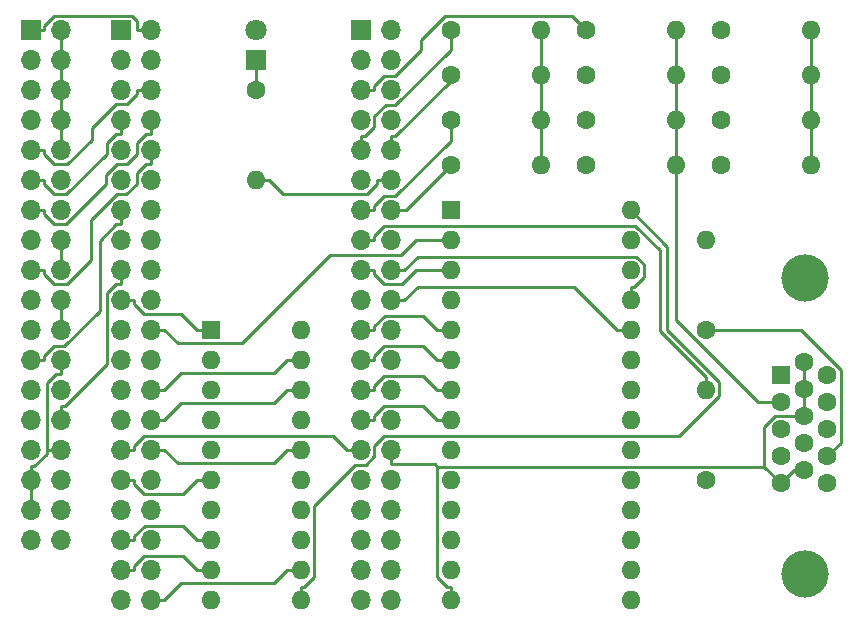
<source format=gbr>
G04 #@! TF.GenerationSoftware,KiCad,Pcbnew,5.0.2-1.fc29*
G04 #@! TF.CreationDate,2019-02-04T20:54:41+00:00*
G04 #@! TF.ProjectId,daughter,64617567-6874-4657-922e-6b696361645f,rev?*
G04 #@! TF.SameCoordinates,Original*
G04 #@! TF.FileFunction,Copper,L2,Bot*
G04 #@! TF.FilePolarity,Positive*
%FSLAX46Y46*%
G04 Gerber Fmt 4.6, Leading zero omitted, Abs format (unit mm)*
G04 Created by KiCad (PCBNEW 5.0.2-1.fc29) date Mon 04 Feb 2019 20:54:41 GMT*
%MOMM*%
%LPD*%
G01*
G04 APERTURE LIST*
G04 #@! TA.AperFunction,ComponentPad*
%ADD10C,1.600000*%
G04 #@! TD*
G04 #@! TA.AperFunction,ComponentPad*
%ADD11O,1.600000X1.600000*%
G04 #@! TD*
G04 #@! TA.AperFunction,ComponentPad*
%ADD12R,1.600000X1.600000*%
G04 #@! TD*
G04 #@! TA.AperFunction,ComponentPad*
%ADD13R,1.700000X1.700000*%
G04 #@! TD*
G04 #@! TA.AperFunction,ComponentPad*
%ADD14O,1.700000X1.700000*%
G04 #@! TD*
G04 #@! TA.AperFunction,ComponentPad*
%ADD15C,4.000000*%
G04 #@! TD*
G04 #@! TA.AperFunction,ComponentPad*
%ADD16R,1.800000X1.800000*%
G04 #@! TD*
G04 #@! TA.AperFunction,ComponentPad*
%ADD17C,1.800000*%
G04 #@! TD*
G04 #@! TA.AperFunction,Conductor*
%ADD18C,0.250000*%
G04 #@! TD*
G04 APERTURE END LIST*
D10*
G04 #@! TO.P,R14,1*
G04 #@! TO.N,Net-(J5-Pad14)*
X133350000Y-120650000D03*
D11*
G04 #@! TO.P,R14,2*
G04 #@! TO.N,/VSYNC*
X133350000Y-113030000D03*
G04 #@! TD*
G04 #@! TO.P,R11,2*
G04 #@! TO.N,/B*
X142240000Y-99060000D03*
D10*
G04 #@! TO.P,R11,1*
G04 #@! TO.N,/B1*
X134620000Y-99060000D03*
G04 #@! TD*
G04 #@! TO.P,R5,1*
G04 #@! TO.N,/G3*
X123190000Y-106680000D03*
D11*
G04 #@! TO.P,R5,2*
G04 #@! TO.N,/G*
X130810000Y-106680000D03*
G04 #@! TD*
D10*
G04 #@! TO.P,R3,1*
G04 #@! TO.N,/R1*
X111760000Y-99060000D03*
D11*
G04 #@! TO.P,R3,2*
G04 #@! TO.N,/R*
X119380000Y-99060000D03*
G04 #@! TD*
G04 #@! TO.P,R4,2*
G04 #@! TO.N,/R*
X119380000Y-95250000D03*
D10*
G04 #@! TO.P,R4,1*
G04 #@! TO.N,/R0*
X111760000Y-95250000D03*
G04 #@! TD*
D12*
G04 #@! TO.P,U1,1*
G04 #@! TO.N,/A15*
X111760000Y-110490000D03*
D11*
G04 #@! TO.P,U1,15*
G04 #@! TO.N,/D3*
X127000000Y-143510000D03*
G04 #@! TO.P,U1,2*
G04 #@! TO.N,/A12*
X111760000Y-113030000D03*
G04 #@! TO.P,U1,16*
G04 #@! TO.N,/D4*
X127000000Y-140970000D03*
G04 #@! TO.P,U1,3*
G04 #@! TO.N,/A7*
X111760000Y-115570000D03*
G04 #@! TO.P,U1,17*
G04 #@! TO.N,/D5*
X127000000Y-138430000D03*
G04 #@! TO.P,U1,4*
G04 #@! TO.N,/A6*
X111760000Y-118110000D03*
G04 #@! TO.P,U1,18*
G04 #@! TO.N,/D6*
X127000000Y-135890000D03*
G04 #@! TO.P,U1,5*
G04 #@! TO.N,/A5*
X111760000Y-120650000D03*
G04 #@! TO.P,U1,19*
G04 #@! TO.N,/D7*
X127000000Y-133350000D03*
G04 #@! TO.P,U1,6*
G04 #@! TO.N,/A4*
X111760000Y-123190000D03*
G04 #@! TO.P,U1,20*
G04 #@! TO.N,/CE_n*
X127000000Y-130810000D03*
G04 #@! TO.P,U1,7*
G04 #@! TO.N,/A3*
X111760000Y-125730000D03*
G04 #@! TO.P,U1,21*
G04 #@! TO.N,/A10*
X127000000Y-128270000D03*
G04 #@! TO.P,U1,8*
G04 #@! TO.N,/A2*
X111760000Y-128270000D03*
G04 #@! TO.P,U1,22*
G04 #@! TO.N,/OE_n*
X127000000Y-125730000D03*
G04 #@! TO.P,U1,9*
G04 #@! TO.N,/A1*
X111760000Y-130810000D03*
G04 #@! TO.P,U1,23*
G04 #@! TO.N,/A11*
X127000000Y-123190000D03*
G04 #@! TO.P,U1,10*
G04 #@! TO.N,/A0*
X111760000Y-133350000D03*
G04 #@! TO.P,U1,24*
G04 #@! TO.N,/A9*
X127000000Y-120650000D03*
G04 #@! TO.P,U1,11*
G04 #@! TO.N,/D0*
X111760000Y-135890000D03*
G04 #@! TO.P,U1,25*
G04 #@! TO.N,/A8*
X127000000Y-118110000D03*
G04 #@! TO.P,U1,12*
G04 #@! TO.N,/D1*
X111760000Y-138430000D03*
G04 #@! TO.P,U1,26*
G04 #@! TO.N,/A13*
X127000000Y-115570000D03*
G04 #@! TO.P,U1,13*
G04 #@! TO.N,/D2*
X111760000Y-140970000D03*
G04 #@! TO.P,U1,27*
G04 #@! TO.N,/A14*
X127000000Y-113030000D03*
G04 #@! TO.P,U1,14*
G04 #@! TO.N,/0V*
X111760000Y-143510000D03*
G04 #@! TO.P,U1,28*
G04 #@! TO.N,/5V*
X127000000Y-110490000D03*
G04 #@! TD*
G04 #@! TO.P,R6,2*
G04 #@! TO.N,/G*
X130810000Y-102870000D03*
D10*
G04 #@! TO.P,R6,1*
G04 #@! TO.N,/G2*
X123190000Y-102870000D03*
G04 #@! TD*
G04 #@! TO.P,R10,1*
G04 #@! TO.N,/B2*
X134620000Y-102870000D03*
D11*
G04 #@! TO.P,R10,2*
G04 #@! TO.N,/B*
X142240000Y-102870000D03*
G04 #@! TD*
D12*
G04 #@! TO.P,J1,1*
G04 #@! TO.N,/POT0*
X91440000Y-120650000D03*
D11*
G04 #@! TO.P,J1,11*
G04 #@! TO.N,/5V*
X99060000Y-143510000D03*
G04 #@! TO.P,J1,2*
G04 #@! TO.N,/POT2*
X91440000Y-123190000D03*
G04 #@! TO.P,J1,12*
G04 #@! TO.N,/PIN7*
X99060000Y-140970000D03*
G04 #@! TO.P,J1,3*
G04 #@! TO.N,/POT4*
X91440000Y-125730000D03*
G04 #@! TO.P,J1,13*
G04 #@! TO.N,/PIN5*
X99060000Y-138430000D03*
G04 #@! TO.P,J1,4*
G04 #@! TO.N,/POT6*
X91440000Y-128270000D03*
G04 #@! TO.P,J1,14*
G04 #@! TO.N,/PIN3*
X99060000Y-135890000D03*
G04 #@! TO.P,J1,5*
G04 #@! TO.N,/OTSTB_n*
X91440000Y-130810000D03*
G04 #@! TO.P,J1,15*
G04 #@! TO.N,/PIN1*
X99060000Y-133350000D03*
G04 #@! TO.P,J1,6*
G04 #@! TO.N,/PIN0*
X91440000Y-133350000D03*
G04 #@! TO.P,J1,16*
G04 #@! TO.N,/0V*
X99060000Y-130810000D03*
G04 #@! TO.P,J1,7*
G04 #@! TO.N,/PIN2*
X91440000Y-135890000D03*
G04 #@! TO.P,J1,17*
G04 #@! TO.N,/POT7*
X99060000Y-128270000D03*
G04 #@! TO.P,J1,8*
G04 #@! TO.N,/PIN4*
X91440000Y-138430000D03*
G04 #@! TO.P,J1,18*
G04 #@! TO.N,/POT5*
X99060000Y-125730000D03*
G04 #@! TO.P,J1,9*
G04 #@! TO.N,/PIN6*
X91440000Y-140970000D03*
G04 #@! TO.P,J1,19*
G04 #@! TO.N,/POT3*
X99060000Y-123190000D03*
G04 #@! TO.P,J1,10*
G04 #@! TO.N,/INSTB*
X91440000Y-143510000D03*
G04 #@! TO.P,J1,20*
G04 #@! TO.N,/POT1*
X99060000Y-120650000D03*
G04 #@! TD*
D13*
G04 #@! TO.P,J4,1*
G04 #@! TO.N,/B0*
X104140000Y-95250000D03*
D14*
G04 #@! TO.P,J4,2*
G04 #@! TO.N,/B1*
X106680000Y-95250000D03*
G04 #@! TO.P,J4,3*
G04 #@! TO.N,/B2*
X104140000Y-97790000D03*
G04 #@! TO.P,J4,4*
G04 #@! TO.N,/B3*
X106680000Y-97790000D03*
G04 #@! TO.P,J4,5*
G04 #@! TO.N,/G0*
X104140000Y-100330000D03*
G04 #@! TO.P,J4,6*
G04 #@! TO.N,/G1*
X106680000Y-100330000D03*
G04 #@! TO.P,J4,7*
G04 #@! TO.N,/G2*
X104140000Y-102870000D03*
G04 #@! TO.P,J4,8*
G04 #@! TO.N,/G3*
X106680000Y-102870000D03*
G04 #@! TO.P,J4,9*
G04 #@! TO.N,/R0*
X104140000Y-105410000D03*
G04 #@! TO.P,J4,10*
G04 #@! TO.N,/R1*
X106680000Y-105410000D03*
G04 #@! TO.P,J4,11*
G04 #@! TO.N,/5V*
X104140000Y-107950000D03*
G04 #@! TO.P,J4,12*
G04 #@! TO.N,/0V*
X106680000Y-107950000D03*
G04 #@! TO.P,J4,13*
G04 #@! TO.N,/R2*
X104140000Y-110490000D03*
G04 #@! TO.P,J4,14*
G04 #@! TO.N,/R3*
X106680000Y-110490000D03*
G04 #@! TO.P,J4,15*
G04 #@! TO.N,/HSYNC*
X104140000Y-113030000D03*
G04 #@! TO.P,J4,16*
G04 #@! TO.N,/VSYNC*
X106680000Y-113030000D03*
G04 #@! TO.P,J4,17*
G04 #@! TO.N,/A7*
X104140000Y-115570000D03*
G04 #@! TO.P,J4,18*
G04 #@! TO.N,/A8*
X106680000Y-115570000D03*
G04 #@! TO.P,J4,19*
G04 #@! TO.N,/A6*
X104140000Y-118110000D03*
G04 #@! TO.P,J4,20*
G04 #@! TO.N,/A9*
X106680000Y-118110000D03*
G04 #@! TO.P,J4,21*
G04 #@! TO.N,/A5*
X104140000Y-120650000D03*
G04 #@! TO.P,J4,22*
G04 #@! TO.N,/A11*
X106680000Y-120650000D03*
G04 #@! TO.P,J4,23*
G04 #@! TO.N,/A4*
X104140000Y-123190000D03*
G04 #@! TO.P,J4,24*
G04 #@! TO.N,/OE_n*
X106680000Y-123190000D03*
G04 #@! TO.P,J4,25*
G04 #@! TO.N,/A3*
X104140000Y-125730000D03*
G04 #@! TO.P,J4,26*
G04 #@! TO.N,/A10*
X106680000Y-125730000D03*
G04 #@! TO.P,J4,27*
G04 #@! TO.N,/A2*
X104140000Y-128270000D03*
G04 #@! TO.P,J4,28*
G04 #@! TO.N,/CE_n*
X106680000Y-128270000D03*
G04 #@! TO.P,J4,29*
G04 #@! TO.N,/3V3*
X104140000Y-130810000D03*
G04 #@! TO.P,J4,30*
G04 #@! TO.N,/0V*
X106680000Y-130810000D03*
G04 #@! TO.P,J4,31*
G04 #@! TO.N,/A1*
X104140000Y-133350000D03*
G04 #@! TO.P,J4,32*
G04 #@! TO.N,/D7*
X106680000Y-133350000D03*
G04 #@! TO.P,J4,33*
G04 #@! TO.N,/A0*
X104140000Y-135890000D03*
G04 #@! TO.P,J4,34*
G04 #@! TO.N,/D6*
X106680000Y-135890000D03*
G04 #@! TO.P,J4,35*
G04 #@! TO.N,/D0*
X104140000Y-138430000D03*
G04 #@! TO.P,J4,36*
G04 #@! TO.N,/D5*
X106680000Y-138430000D03*
G04 #@! TO.P,J4,37*
G04 #@! TO.N,/D1*
X104140000Y-140970000D03*
G04 #@! TO.P,J4,38*
G04 #@! TO.N,/D4*
X106680000Y-140970000D03*
G04 #@! TO.P,J4,39*
G04 #@! TO.N,/D2*
X104140000Y-143510000D03*
G04 #@! TO.P,J4,40*
G04 #@! TO.N,/D3*
X106680000Y-143510000D03*
G04 #@! TD*
D11*
G04 #@! TO.P,R9,2*
G04 #@! TO.N,/B*
X142240000Y-106680000D03*
D10*
G04 #@! TO.P,R9,1*
G04 #@! TO.N,/B3*
X134620000Y-106680000D03*
G04 #@! TD*
D11*
G04 #@! TO.P,R13,2*
G04 #@! TO.N,/HSYNC*
X133350000Y-125730000D03*
D10*
G04 #@! TO.P,R13,1*
G04 #@! TO.N,Net-(J5-Pad13)*
X133350000Y-133350000D03*
G04 #@! TD*
D14*
G04 #@! TO.P,J2,40*
G04 #@! TO.N,/PIN7*
X86360000Y-143510000D03*
G04 #@! TO.P,J2,39*
G04 #@! TO.N,/INSTB*
X83820000Y-143510000D03*
G04 #@! TO.P,J2,38*
G04 #@! TO.N,/PIN5*
X86360000Y-140970000D03*
G04 #@! TO.P,J2,37*
G04 #@! TO.N,/PIN6*
X83820000Y-140970000D03*
G04 #@! TO.P,J2,36*
G04 #@! TO.N,/PIN3*
X86360000Y-138430000D03*
G04 #@! TO.P,J2,35*
G04 #@! TO.N,/PIN4*
X83820000Y-138430000D03*
G04 #@! TO.P,J2,34*
G04 #@! TO.N,/PIN1*
X86360000Y-135890000D03*
G04 #@! TO.P,J2,33*
G04 #@! TO.N,/PIN2*
X83820000Y-135890000D03*
G04 #@! TO.P,J2,32*
G04 #@! TO.N,/POT7*
X86360000Y-133350000D03*
G04 #@! TO.P,J2,31*
G04 #@! TO.N,/PIN0*
X83820000Y-133350000D03*
G04 #@! TO.P,J2,30*
G04 #@! TO.N,/0V*
X86360000Y-130810000D03*
G04 #@! TO.P,J2,29*
G04 #@! TO.N,/3V3*
X83820000Y-130810000D03*
G04 #@! TO.P,J2,28*
G04 #@! TO.N,/POT5*
X86360000Y-128270000D03*
G04 #@! TO.P,J2,27*
G04 #@! TO.N,/OTSTB_n*
X83820000Y-128270000D03*
G04 #@! TO.P,J2,26*
G04 #@! TO.N,/POT3*
X86360000Y-125730000D03*
G04 #@! TO.P,J2,25*
G04 #@! TO.N,/POT6*
X83820000Y-125730000D03*
G04 #@! TO.P,J2,24*
G04 #@! TO.N,/POT1*
X86360000Y-123190000D03*
G04 #@! TO.P,J2,23*
G04 #@! TO.N,/POT4*
X83820000Y-123190000D03*
G04 #@! TO.P,J2,22*
G04 #@! TO.N,/A12*
X86360000Y-120650000D03*
G04 #@! TO.P,J2,21*
G04 #@! TO.N,/POT2*
X83820000Y-120650000D03*
G04 #@! TO.P,J2,20*
G04 #@! TO.N,/A13*
X86360000Y-118110000D03*
G04 #@! TO.P,J2,19*
G04 #@! TO.N,/POT0*
X83820000Y-118110000D03*
G04 #@! TO.P,J2,18*
G04 #@! TO.N,/A14*
X86360000Y-115570000D03*
G04 #@! TO.P,J2,17*
G04 #@! TO.N,/ERROR_n*
X83820000Y-115570000D03*
G04 #@! TO.P,J2,16*
G04 #@! TO.N,/A15*
X86360000Y-113030000D03*
G04 #@! TO.P,J2,15*
G04 #@! TO.N,/SLCT*
X83820000Y-113030000D03*
G04 #@! TO.P,J2,14*
G04 #@! TO.N,/BUSY*
X86360000Y-110490000D03*
G04 #@! TO.P,J2,13*
G04 #@! TO.N,/PE*
X83820000Y-110490000D03*
G04 #@! TO.P,J2,12*
G04 #@! TO.N,/0V*
X86360000Y-107950000D03*
G04 #@! TO.P,J2,11*
G04 #@! TO.N,/5V*
X83820000Y-107950000D03*
G04 #@! TO.P,J2,10*
G04 #@! TO.N,/PRD7*
X86360000Y-105410000D03*
G04 #@! TO.P,J2,9*
G04 #@! TO.N,/PRD6*
X83820000Y-105410000D03*
G04 #@! TO.P,J2,8*
G04 #@! TO.N,/PRD5*
X86360000Y-102870000D03*
G04 #@! TO.P,J2,7*
G04 #@! TO.N,/PRD4*
X83820000Y-102870000D03*
G04 #@! TO.P,J2,6*
G04 #@! TO.N,/PRD3*
X86360000Y-100330000D03*
G04 #@! TO.P,J2,5*
G04 #@! TO.N,/PRD2*
X83820000Y-100330000D03*
G04 #@! TO.P,J2,4*
G04 #@! TO.N,/PRD1*
X86360000Y-97790000D03*
G04 #@! TO.P,J2,3*
G04 #@! TO.N,/PRD0*
X83820000Y-97790000D03*
G04 #@! TO.P,J2,2*
G04 #@! TO.N,/STROBE_n*
X86360000Y-95250000D03*
D13*
G04 #@! TO.P,J2,1*
G04 #@! TO.N,/LED*
X83820000Y-95250000D03*
G04 #@! TD*
D10*
G04 #@! TO.P,R12,1*
G04 #@! TO.N,/B0*
X134620000Y-95250000D03*
D11*
G04 #@! TO.P,R12,2*
G04 #@! TO.N,/B*
X142240000Y-95250000D03*
G04 #@! TD*
D12*
G04 #@! TO.P,J5,1*
G04 #@! TO.N,/R*
X139700000Y-124460000D03*
D10*
G04 #@! TO.P,J5,2*
G04 #@! TO.N,/G*
X139700000Y-126750000D03*
G04 #@! TO.P,J5,3*
G04 #@! TO.N,/B*
X139700000Y-129040000D03*
G04 #@! TO.P,J5,4*
G04 #@! TO.N,Net-(J5-Pad4)*
X139700000Y-131330000D03*
G04 #@! TO.P,J5,5*
G04 #@! TO.N,/0V*
X139700000Y-133620000D03*
G04 #@! TO.P,J5,6*
X141680000Y-123315000D03*
G04 #@! TO.P,J5,7*
X141680000Y-125605000D03*
G04 #@! TO.P,J5,8*
X141680000Y-127895000D03*
G04 #@! TO.P,J5,9*
G04 #@! TO.N,Net-(J5-Pad9)*
X141680000Y-130185000D03*
G04 #@! TO.P,J5,10*
G04 #@! TO.N,/0V*
X141680000Y-132475000D03*
G04 #@! TO.P,J5,11*
G04 #@! TO.N,Net-(J5-Pad11)*
X143660000Y-124460000D03*
G04 #@! TO.P,J5,12*
G04 #@! TO.N,Net-(J5-Pad12)*
X143660000Y-126750000D03*
G04 #@! TO.P,J5,13*
G04 #@! TO.N,Net-(J5-Pad13)*
X143660000Y-129040000D03*
G04 #@! TO.P,J5,14*
G04 #@! TO.N,Net-(J5-Pad14)*
X143660000Y-131330000D03*
G04 #@! TO.P,J5,15*
G04 #@! TO.N,Net-(J5-Pad15)*
X143660000Y-133620000D03*
D15*
G04 #@! TO.P,J5,0*
G04 #@! TO.N,Net-(J5-Pad0)*
X141750000Y-141275000D03*
X141750000Y-116275000D03*
G04 #@! TD*
D11*
G04 #@! TO.P,R8,2*
G04 #@! TO.N,/G*
X130810000Y-95250000D03*
D10*
G04 #@! TO.P,R8,1*
G04 #@! TO.N,/G0*
X123190000Y-95250000D03*
G04 #@! TD*
G04 #@! TO.P,R7,1*
G04 #@! TO.N,/G1*
X123190000Y-99060000D03*
D11*
G04 #@! TO.P,R7,2*
G04 #@! TO.N,/G*
X130810000Y-99060000D03*
G04 #@! TD*
G04 #@! TO.P,R2,2*
G04 #@! TO.N,/R*
X119380000Y-102870000D03*
D10*
G04 #@! TO.P,R2,1*
G04 #@! TO.N,/R2*
X111760000Y-102870000D03*
G04 #@! TD*
G04 #@! TO.P,R1,1*
G04 #@! TO.N,/R3*
X111760000Y-106680000D03*
D11*
G04 #@! TO.P,R1,2*
G04 #@! TO.N,/R*
X119380000Y-106680000D03*
G04 #@! TD*
D14*
G04 #@! TO.P,J3,36*
G04 #@! TO.N,Net-(J3-Pad36)*
X78740000Y-138430000D03*
G04 #@! TO.P,J3,35*
G04 #@! TO.N,Net-(J3-Pad35)*
X76200000Y-138430000D03*
G04 #@! TO.P,J3,34*
G04 #@! TO.N,Net-(J3-Pad34)*
X78740000Y-135890000D03*
G04 #@! TO.P,J3,33*
G04 #@! TO.N,/0V*
X76200000Y-135890000D03*
G04 #@! TO.P,J3,32*
G04 #@! TO.N,Net-(J3-Pad32)*
X78740000Y-133350000D03*
G04 #@! TO.P,J3,31*
G04 #@! TO.N,/0V*
X76200000Y-133350000D03*
G04 #@! TO.P,J3,30*
X78740000Y-130810000D03*
G04 #@! TO.P,J3,29*
G04 #@! TO.N,Net-(J3-Pad29)*
X76200000Y-130810000D03*
G04 #@! TO.P,J3,28*
G04 #@! TO.N,/ERROR_n*
X78740000Y-128270000D03*
G04 #@! TO.P,J3,27*
G04 #@! TO.N,Net-(J3-Pad27)*
X76200000Y-128270000D03*
G04 #@! TO.P,J3,26*
G04 #@! TO.N,Net-(J3-Pad26)*
X78740000Y-125730000D03*
G04 #@! TO.P,J3,25*
G04 #@! TO.N,/SLCT*
X76200000Y-125730000D03*
G04 #@! TO.P,J3,24*
G04 #@! TO.N,/0V*
X78740000Y-123190000D03*
G04 #@! TO.P,J3,23*
G04 #@! TO.N,/PE*
X76200000Y-123190000D03*
G04 #@! TO.P,J3,22*
G04 #@! TO.N,/0V*
X78740000Y-120650000D03*
G04 #@! TO.P,J3,21*
G04 #@! TO.N,/BUSY*
X76200000Y-120650000D03*
G04 #@! TO.P,J3,20*
G04 #@! TO.N,/0V*
X78740000Y-118110000D03*
G04 #@! TO.P,J3,19*
G04 #@! TO.N,Net-(J3-Pad19)*
X76200000Y-118110000D03*
G04 #@! TO.P,J3,18*
G04 #@! TO.N,/0V*
X78740000Y-115570000D03*
G04 #@! TO.P,J3,17*
G04 #@! TO.N,/PRD7*
X76200000Y-115570000D03*
G04 #@! TO.P,J3,16*
G04 #@! TO.N,/0V*
X78740000Y-113030000D03*
G04 #@! TO.P,J3,15*
G04 #@! TO.N,/PRD6*
X76200000Y-113030000D03*
G04 #@! TO.P,J3,14*
G04 #@! TO.N,/0V*
X78740000Y-110490000D03*
G04 #@! TO.P,J3,13*
G04 #@! TO.N,/PRD5*
X76200000Y-110490000D03*
G04 #@! TO.P,J3,12*
G04 #@! TO.N,/0V*
X78740000Y-107950000D03*
G04 #@! TO.P,J3,11*
G04 #@! TO.N,/PRD4*
X76200000Y-107950000D03*
G04 #@! TO.P,J3,10*
G04 #@! TO.N,/0V*
X78740000Y-105410000D03*
G04 #@! TO.P,J3,9*
G04 #@! TO.N,/PRD3*
X76200000Y-105410000D03*
G04 #@! TO.P,J3,8*
G04 #@! TO.N,/0V*
X78740000Y-102870000D03*
G04 #@! TO.P,J3,7*
G04 #@! TO.N,/PRD2*
X76200000Y-102870000D03*
G04 #@! TO.P,J3,6*
G04 #@! TO.N,/0V*
X78740000Y-100330000D03*
G04 #@! TO.P,J3,5*
G04 #@! TO.N,/PRD1*
X76200000Y-100330000D03*
G04 #@! TO.P,J3,4*
G04 #@! TO.N,/0V*
X78740000Y-97790000D03*
G04 #@! TO.P,J3,3*
G04 #@! TO.N,/PRD0*
X76200000Y-97790000D03*
G04 #@! TO.P,J3,2*
G04 #@! TO.N,/0V*
X78740000Y-95250000D03*
D13*
G04 #@! TO.P,J3,1*
G04 #@! TO.N,/STROBE_n*
X76200000Y-95250000D03*
G04 #@! TD*
D16*
G04 #@! TO.P,D1,1*
G04 #@! TO.N,Net-(D1-Pad1)*
X95250000Y-97790000D03*
D17*
G04 #@! TO.P,D1,2*
G04 #@! TO.N,/LED*
X95250000Y-95250000D03*
G04 #@! TD*
D10*
G04 #@! TO.P,R15,1*
G04 #@! TO.N,Net-(D1-Pad1)*
X95250000Y-100330000D03*
D11*
G04 #@! TO.P,R15,2*
G04 #@! TO.N,/0V*
X95250000Y-107950000D03*
G04 #@! TD*
D18*
G04 #@! TO.N,/POT0*
X91440000Y-120650000D02*
X90314700Y-120650000D01*
X83820000Y-118110000D02*
X84995300Y-118110000D01*
X84995300Y-118110000D02*
X84995300Y-118477400D01*
X84995300Y-118477400D02*
X85803200Y-119285300D01*
X85803200Y-119285300D02*
X88950000Y-119285300D01*
X88950000Y-119285300D02*
X90314700Y-120650000D01*
G04 #@! TO.N,/PIN0*
X91440000Y-133350000D02*
X90314700Y-133350000D01*
X83820000Y-133350000D02*
X84995300Y-133350000D01*
X84995300Y-133350000D02*
X84995300Y-133717300D01*
X84995300Y-133717300D02*
X85818600Y-134540600D01*
X85818600Y-134540600D02*
X89124100Y-134540600D01*
X89124100Y-134540600D02*
X90314700Y-133350000D01*
G04 #@! TO.N,/PIN4*
X91440000Y-138430000D02*
X90314700Y-138430000D01*
X83820000Y-138430000D02*
X84995300Y-138430000D01*
X84995300Y-138430000D02*
X84995300Y-138062700D01*
X84995300Y-138062700D02*
X85851100Y-137206900D01*
X85851100Y-137206900D02*
X89091600Y-137206900D01*
X89091600Y-137206900D02*
X90314700Y-138430000D01*
G04 #@! TO.N,/PIN6*
X91440000Y-140970000D02*
X90314700Y-140970000D01*
X83820000Y-140970000D02*
X84995300Y-140970000D01*
X84995300Y-140970000D02*
X84995300Y-140602700D01*
X84995300Y-140602700D02*
X85818600Y-139779400D01*
X85818600Y-139779400D02*
X89124100Y-139779400D01*
X89124100Y-139779400D02*
X90314700Y-140970000D01*
G04 #@! TO.N,/5V*
X99060000Y-142384700D02*
X99341400Y-142384700D01*
X99341400Y-142384700D02*
X100185300Y-141540800D01*
X100185300Y-141540800D02*
X100185300Y-135562100D01*
X100185300Y-135562100D02*
X103667400Y-132080000D01*
X103667400Y-132080000D02*
X104571000Y-132080000D01*
X104571000Y-132080000D02*
X105315400Y-131335600D01*
X105315400Y-131335600D02*
X105315400Y-130473600D01*
X105315400Y-130473600D02*
X106154400Y-129634600D01*
X106154400Y-129634600D02*
X131066700Y-129634600D01*
X131066700Y-129634600D02*
X134508800Y-126192500D01*
X134508800Y-126192500D02*
X134508800Y-125011800D01*
X134508800Y-125011800D02*
X130105900Y-120608900D01*
X130105900Y-120608900D02*
X130105900Y-113595900D01*
X130105900Y-113595900D02*
X127000000Y-110490000D01*
X99060000Y-143510000D02*
X99060000Y-142384700D01*
G04 #@! TO.N,/PIN7*
X99060000Y-140970000D02*
X97934700Y-140970000D01*
X86360000Y-143510000D02*
X87535300Y-143510000D01*
X87535300Y-143510000D02*
X88950000Y-142095300D01*
X88950000Y-142095300D02*
X96809400Y-142095300D01*
X96809400Y-142095300D02*
X97934700Y-140970000D01*
G04 #@! TO.N,/0V*
X141680000Y-132475000D02*
X140845000Y-132475000D01*
X140845000Y-132475000D02*
X139700000Y-133620000D01*
X138297600Y-132217600D02*
X139700000Y-133620000D01*
X110634700Y-132217600D02*
X138297600Y-132217600D01*
X138297600Y-132217600D02*
X138297600Y-128846300D01*
X138297600Y-128846300D02*
X139248900Y-127895000D01*
X139248900Y-127895000D02*
X141680000Y-127895000D01*
X106680000Y-131985300D02*
X110402400Y-131985300D01*
X110402400Y-131985300D02*
X110634700Y-132217600D01*
X110634700Y-132217600D02*
X110634700Y-141540800D01*
X110634700Y-141540800D02*
X111478600Y-142384700D01*
X111478600Y-142384700D02*
X111760000Y-142384700D01*
X111760000Y-143510000D02*
X111760000Y-142384700D01*
X106680000Y-130810000D02*
X106680000Y-131985300D01*
X106680000Y-107950000D02*
X105504700Y-107950000D01*
X95250000Y-107950000D02*
X96375300Y-107950000D01*
X96375300Y-107950000D02*
X97550600Y-109125300D01*
X97550600Y-109125300D02*
X104696800Y-109125300D01*
X104696800Y-109125300D02*
X105504700Y-108317400D01*
X105504700Y-108317400D02*
X105504700Y-107950000D01*
X99060000Y-130810000D02*
X97934700Y-130810000D01*
X86360000Y-130810000D02*
X87535300Y-130810000D01*
X87535300Y-130810000D02*
X88660600Y-131935300D01*
X88660600Y-131935300D02*
X96809400Y-131935300D01*
X96809400Y-131935300D02*
X97934700Y-130810000D01*
X76200000Y-132174700D02*
X76497700Y-132174700D01*
X76497700Y-132174700D02*
X77564700Y-131107700D01*
X77564700Y-131107700D02*
X77564700Y-130810000D01*
X78740000Y-124365300D02*
X78372700Y-124365300D01*
X78372700Y-124365300D02*
X77564700Y-125173300D01*
X77564700Y-125173300D02*
X77564700Y-130810000D01*
X78740000Y-130810000D02*
X77564700Y-130810000D01*
X78740000Y-123190000D02*
X78740000Y-124365300D01*
X76200000Y-133350000D02*
X76200000Y-132174700D01*
X141680000Y-125605000D02*
X141680000Y-127895000D01*
X141680000Y-125605000D02*
X141680000Y-123315000D01*
X76200000Y-133350000D02*
X76200000Y-135890000D01*
X78740000Y-118110000D02*
X78740000Y-120650000D01*
X78740000Y-113030000D02*
X78740000Y-115570000D01*
X78740000Y-102870000D02*
X78740000Y-105410000D01*
X78740000Y-100330000D02*
X78740000Y-102870000D01*
X78740000Y-97790000D02*
X78740000Y-100330000D01*
X78740000Y-95250000D02*
X78740000Y-97790000D01*
G04 #@! TO.N,/POT5*
X99060000Y-125730000D02*
X97934700Y-125730000D01*
X86360000Y-128270000D02*
X87535300Y-128270000D01*
X87535300Y-128270000D02*
X88950000Y-126855300D01*
X88950000Y-126855300D02*
X96809400Y-126855300D01*
X96809400Y-126855300D02*
X97934700Y-125730000D01*
G04 #@! TO.N,/POT3*
X99060000Y-123190000D02*
X97934700Y-123190000D01*
X86360000Y-125730000D02*
X87535300Y-125730000D01*
X87535300Y-125730000D02*
X88950000Y-124315300D01*
X88950000Y-124315300D02*
X96809400Y-124315300D01*
X96809400Y-124315300D02*
X97934700Y-123190000D01*
G04 #@! TO.N,/3V3*
X104140000Y-130810000D02*
X102964700Y-130810000D01*
X83820000Y-130810000D02*
X84995300Y-130810000D01*
X84995300Y-130810000D02*
X84995300Y-130442700D01*
X84995300Y-130442700D02*
X85803300Y-129634700D01*
X85803300Y-129634700D02*
X101789400Y-129634700D01*
X101789400Y-129634700D02*
X102964700Y-130810000D01*
G04 #@! TO.N,/ERROR_n*
X83820000Y-115570000D02*
X83820000Y-116745300D01*
X78740000Y-128270000D02*
X78740000Y-127094700D01*
X78740000Y-127094700D02*
X79107300Y-127094700D01*
X79107300Y-127094700D02*
X82644700Y-123557300D01*
X82644700Y-123557300D02*
X82644700Y-117553200D01*
X82644700Y-117553200D02*
X83452600Y-116745300D01*
X83452600Y-116745300D02*
X83820000Y-116745300D01*
G04 #@! TO.N,/PE*
X83820000Y-110490000D02*
X83820000Y-111665300D01*
X76200000Y-123190000D02*
X77375300Y-123190000D01*
X77375300Y-123190000D02*
X77375300Y-122822600D01*
X77375300Y-122822600D02*
X78183200Y-122014700D01*
X78183200Y-122014700D02*
X79038900Y-122014700D01*
X79038900Y-122014700D02*
X82035100Y-119018500D01*
X82035100Y-119018500D02*
X82035100Y-113082900D01*
X82035100Y-113082900D02*
X83452700Y-111665300D01*
X83452700Y-111665300D02*
X83820000Y-111665300D01*
G04 #@! TO.N,/PRD7*
X86360000Y-106585300D02*
X85992600Y-106585300D01*
X85992600Y-106585300D02*
X85184700Y-107393200D01*
X85184700Y-107393200D02*
X85184700Y-108250100D01*
X85184700Y-108250100D02*
X84309400Y-109125400D01*
X84309400Y-109125400D02*
X83485600Y-109125400D01*
X83485600Y-109125400D02*
X81293700Y-111317300D01*
X81293700Y-111317300D02*
X81293700Y-114720800D01*
X81293700Y-114720800D02*
X79269100Y-116745400D01*
X79269100Y-116745400D02*
X78183400Y-116745400D01*
X78183400Y-116745400D02*
X77375300Y-115937300D01*
X77375300Y-115937300D02*
X77375300Y-115570000D01*
X86360000Y-105410000D02*
X86360000Y-106585300D01*
X76200000Y-115570000D02*
X77375300Y-115570000D01*
G04 #@! TO.N,/PRD5*
X86360000Y-102870000D02*
X86360000Y-104045300D01*
X76200000Y-110490000D02*
X77375300Y-110490000D01*
X77375300Y-110490000D02*
X77375300Y-110857300D01*
X77375300Y-110857300D02*
X78183400Y-111665400D01*
X78183400Y-111665400D02*
X79237400Y-111665400D01*
X79237400Y-111665400D02*
X82601600Y-108301200D01*
X82601600Y-108301200D02*
X82601600Y-107493300D01*
X82601600Y-107493300D02*
X83509500Y-106585400D01*
X83509500Y-106585400D02*
X84345600Y-106585400D01*
X84345600Y-106585400D02*
X85184700Y-105746300D01*
X85184700Y-105746300D02*
X85184700Y-104853200D01*
X85184700Y-104853200D02*
X85992600Y-104045300D01*
X85992600Y-104045300D02*
X86360000Y-104045300D01*
G04 #@! TO.N,/PRD4*
X83820000Y-102870000D02*
X83820000Y-104045300D01*
X76200000Y-107950000D02*
X77375300Y-107950000D01*
X77375300Y-107950000D02*
X77375300Y-108317300D01*
X77375300Y-108317300D02*
X78223000Y-109165000D01*
X78223000Y-109165000D02*
X79198800Y-109165000D01*
X79198800Y-109165000D02*
X82644700Y-105719100D01*
X82644700Y-105719100D02*
X82644700Y-104853200D01*
X82644700Y-104853200D02*
X83452600Y-104045300D01*
X83452600Y-104045300D02*
X83820000Y-104045300D01*
G04 #@! TO.N,/PRD3*
X86360000Y-100330000D02*
X85184700Y-100330000D01*
X76200000Y-105410000D02*
X77375300Y-105410000D01*
X77375300Y-105410000D02*
X77375300Y-105777300D01*
X77375300Y-105777300D02*
X78198600Y-106600600D01*
X78198600Y-106600600D02*
X79308900Y-106600600D01*
X79308900Y-106600600D02*
X81374600Y-104534900D01*
X81374600Y-104534900D02*
X81374600Y-103582900D01*
X81374600Y-103582900D02*
X83452200Y-101505300D01*
X83452200Y-101505300D02*
X84376800Y-101505300D01*
X84376800Y-101505300D02*
X85184700Y-100697400D01*
X85184700Y-100697400D02*
X85184700Y-100330000D01*
G04 #@! TO.N,/STROBE_n*
X86360000Y-95250000D02*
X85184700Y-95250000D01*
X76200000Y-95250000D02*
X77375300Y-95250000D01*
X77375300Y-95250000D02*
X77375300Y-94882700D01*
X77375300Y-94882700D02*
X78183300Y-94074700D01*
X78183300Y-94074700D02*
X84817500Y-94074700D01*
X84817500Y-94074700D02*
X85184700Y-94441900D01*
X85184700Y-94441900D02*
X85184700Y-95250000D01*
G04 #@! TO.N,/R3*
X106680000Y-110490000D02*
X107950000Y-110490000D01*
X107950000Y-110490000D02*
X111760000Y-106680000D01*
G04 #@! TO.N,/R2*
X104140000Y-110490000D02*
X105315300Y-110490000D01*
X105315300Y-110490000D02*
X105315300Y-110122600D01*
X105315300Y-110122600D02*
X106123200Y-109314700D01*
X106123200Y-109314700D02*
X107046300Y-109314700D01*
X107046300Y-109314700D02*
X111760000Y-104601000D01*
X111760000Y-104601000D02*
X111760000Y-102870000D01*
G04 #@! TO.N,/R1*
X106680000Y-105410000D02*
X106680000Y-104234700D01*
X106680000Y-104234700D02*
X107047300Y-104234700D01*
X107047300Y-104234700D02*
X111760000Y-99522000D01*
X111760000Y-99522000D02*
X111760000Y-99060000D01*
G04 #@! TO.N,/R0*
X104140000Y-105410000D02*
X104140000Y-104234700D01*
X104140000Y-104234700D02*
X104507400Y-104234700D01*
X104507400Y-104234700D02*
X105315300Y-103426800D01*
X105315300Y-103426800D02*
X105315300Y-102533700D01*
X105315300Y-102533700D02*
X106249000Y-101600000D01*
X106249000Y-101600000D02*
X107073100Y-101600000D01*
X107073100Y-101600000D02*
X111760000Y-96913100D01*
X111760000Y-96913100D02*
X111760000Y-95250000D01*
G04 #@! TO.N,/G0*
X104140000Y-100330000D02*
X105315300Y-100330000D01*
X105315300Y-100330000D02*
X105315300Y-99962600D01*
X105315300Y-99962600D02*
X106123200Y-99154700D01*
X106123200Y-99154700D02*
X107024300Y-99154700D01*
X107024300Y-99154700D02*
X109261900Y-96917100D01*
X109261900Y-96917100D02*
X109261900Y-96131600D01*
X109261900Y-96131600D02*
X111319300Y-94074200D01*
X111319300Y-94074200D02*
X122014200Y-94074200D01*
X122014200Y-94074200D02*
X123190000Y-95250000D01*
G04 #@! TO.N,/HSYNC*
X133350000Y-125730000D02*
X133350000Y-124604700D01*
X104140000Y-113030000D02*
X105315300Y-113030000D01*
X105315300Y-113030000D02*
X105315300Y-112662700D01*
X105315300Y-112662700D02*
X106147500Y-111830500D01*
X106147500Y-111830500D02*
X127406800Y-111830500D01*
X127406800Y-111830500D02*
X129465300Y-113889000D01*
X129465300Y-113889000D02*
X129465300Y-120720000D01*
X129465300Y-120720000D02*
X133350000Y-124604700D01*
G04 #@! TO.N,/R*
X119380000Y-102870000D02*
X119380000Y-106680000D01*
X119380000Y-99060000D02*
X119380000Y-102870000D01*
X119380000Y-95250000D02*
X119380000Y-99060000D01*
G04 #@! TO.N,/G*
X139700000Y-126750000D02*
X137791700Y-126750000D01*
X137791700Y-126750000D02*
X130810000Y-119768300D01*
X130810000Y-119768300D02*
X130810000Y-107805300D01*
X130810000Y-102870000D02*
X130810000Y-106680000D01*
X130810000Y-99060000D02*
X130810000Y-102870000D01*
X130810000Y-95250000D02*
X130810000Y-99060000D01*
X130810000Y-106680000D02*
X130810000Y-107805300D01*
G04 #@! TO.N,/B*
X142240000Y-99060000D02*
X142240000Y-102870000D01*
X142240000Y-95250000D02*
X142240000Y-99060000D01*
X142240000Y-106680000D02*
X142240000Y-102870000D01*
G04 #@! TO.N,Net-(J5-Pad14)*
X143660000Y-131330000D02*
X144801100Y-130188900D01*
X144801100Y-130188900D02*
X144801100Y-124003600D01*
X144801100Y-124003600D02*
X141447500Y-120650000D01*
X141447500Y-120650000D02*
X133350000Y-120650000D01*
G04 #@! TO.N,/A2*
X111760000Y-128270000D02*
X110634700Y-128270000D01*
X104140000Y-128270000D02*
X105315300Y-128270000D01*
X105315300Y-128270000D02*
X105315300Y-127902700D01*
X105315300Y-127902700D02*
X106138500Y-127079500D01*
X106138500Y-127079500D02*
X109444200Y-127079500D01*
X109444200Y-127079500D02*
X110634700Y-128270000D01*
G04 #@! TO.N,/A3*
X111760000Y-125730000D02*
X110634700Y-125730000D01*
X104140000Y-125730000D02*
X105315300Y-125730000D01*
X105315300Y-125730000D02*
X105315300Y-125362700D01*
X105315300Y-125362700D02*
X106138500Y-124539500D01*
X106138500Y-124539500D02*
X109444200Y-124539500D01*
X109444200Y-124539500D02*
X110634700Y-125730000D01*
G04 #@! TO.N,/A4*
X111760000Y-123190000D02*
X110634700Y-123190000D01*
X104140000Y-123190000D02*
X105315300Y-123190000D01*
X105315300Y-123190000D02*
X105315300Y-122822700D01*
X105315300Y-122822700D02*
X106138500Y-121999500D01*
X106138500Y-121999500D02*
X109444200Y-121999500D01*
X109444200Y-121999500D02*
X110634700Y-123190000D01*
G04 #@! TO.N,/A5*
X111760000Y-120650000D02*
X110634700Y-120650000D01*
X104140000Y-120650000D02*
X105315300Y-120650000D01*
X105315300Y-120650000D02*
X105315300Y-120282700D01*
X105315300Y-120282700D02*
X106171100Y-119426900D01*
X106171100Y-119426900D02*
X109411600Y-119426900D01*
X109411600Y-119426900D02*
X110634700Y-120650000D01*
G04 #@! TO.N,/A7*
X111760000Y-115570000D02*
X110634700Y-115570000D01*
X104140000Y-115570000D02*
X105315300Y-115570000D01*
X105315300Y-115570000D02*
X105315300Y-115937300D01*
X105315300Y-115937300D02*
X106136000Y-116758000D01*
X106136000Y-116758000D02*
X107609300Y-116758000D01*
X107609300Y-116758000D02*
X108797300Y-115570000D01*
X108797300Y-115570000D02*
X110634700Y-115570000D01*
G04 #@! TO.N,/A8*
X106680000Y-115570000D02*
X107855300Y-115570000D01*
X127000000Y-118110000D02*
X127000000Y-116984700D01*
X107855300Y-115570000D02*
X108985600Y-114439700D01*
X108985600Y-114439700D02*
X127477400Y-114439700D01*
X127477400Y-114439700D02*
X128125300Y-115087600D01*
X128125300Y-115087600D02*
X128125300Y-116140800D01*
X128125300Y-116140800D02*
X127281400Y-116984700D01*
X127281400Y-116984700D02*
X127000000Y-116984700D01*
G04 #@! TO.N,/A9*
X127000000Y-120650000D02*
X125874700Y-120650000D01*
X106680000Y-118110000D02*
X107855300Y-118110000D01*
X107855300Y-118110000D02*
X109003000Y-116962300D01*
X109003000Y-116962300D02*
X122187000Y-116962300D01*
X122187000Y-116962300D02*
X125874700Y-120650000D01*
G04 #@! TO.N,/A12*
X86360000Y-120650000D02*
X87535300Y-120650000D01*
X87535300Y-120650000D02*
X88660700Y-121775400D01*
X88660700Y-121775400D02*
X94072500Y-121775400D01*
X94072500Y-121775400D02*
X101547900Y-114300000D01*
X101547900Y-114300000D02*
X107544700Y-114300000D01*
X107544700Y-114300000D02*
X108814700Y-113030000D01*
X108814700Y-113030000D02*
X111760000Y-113030000D01*
G04 #@! TO.N,Net-(D1-Pad1)*
X95250000Y-97790000D02*
X95250000Y-100330000D01*
G04 #@! TD*
M02*

</source>
